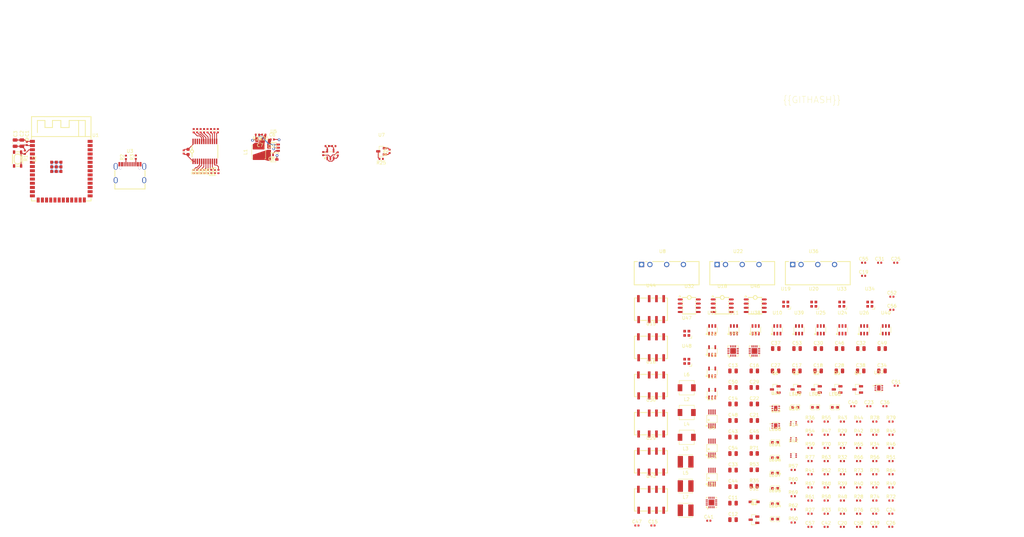
<source format=kicad_pcb>
(kicad_pcb (version 20240108) (generator "pcbnew") (generator_version "8.0")
  (layers (0 "F.Cu" signal) (1 "In1.Cu" signal) (2 "In2.Cu" signal) (31 "B.Cu" signal) (34 "B.Paste" user) (35 "F.Paste" user) (36 "B.SilkS" user "B.Silkscreen") (37 "F.SilkS" user "F.Silkscreen") (38 "B.Mask" user) (39 "F.Mask" user) (44 "Edge.Cuts" user))
  (net 0 "")
  (net 1 "cell1-gnd")
  (net 2 "cell1.adc-vcc-1")
  (net 3 "cell1.adc-vcc")
  (net 4 "cell1.ldo.ctrl_resistor-fb")
  (net 5 "cell1.ldo.regulator-en")
  (net 6 "cell1.ldo.regulator-dnc")
  (net 7 "io0")
  (net 8 "io12")
  (net 9 "io45")
  (net 10 "io21")
  (net 11 "dp")
  (net 12 "gnd")
  (net 13 "io2")
  (net 14 "io4")
  (net 15 "txd0")
  (net 16 "micro.ic-en")
  (net 17 "io40")
  (net 18 "micro.ic-scl")
  (net 19 "io8")
  (net 20 "io15")
  (net 21 "io46")
  (net 22 "io10")
  (net 23 "io39")
  (net 24 "io3")
  (net 25 "vcc-3")
  (net 26 "io42")
  (net 27 "io36")
  (net 28 "io18")
  (net 29 "io16")
  (net 30 "micro.ic-sda")
  (net 31 "io17")
  (net 32 "io41")
  (net 33 "io37")
  (net 34 "io35")
  (net 35 "io47")
  (net 36 "io48")
  (net 37 "rxd0")
  (net 38 "io14")
  (net 39 "io11")
  (net 40 "io9")
  (net 41 "io5")
  (net 42 "dm")
  (net 43 "io13")
  (net 44 "io1")
  (net 45 "io38")
  (net 46 "cc2")
  (net 47 "usbc-vcc")
  (net 48 "sub2")
  (net 49 "sub1")
  (net 50 "cc1")
  (net 51 "mux.ic-sda-6")
  (net 52 "mux.ic-sda-7")
  (net 53 "mux.ic-sda-2")
  (net 54 "mux.ic-scl-2")
  (net 55 "mux.ic-sda-5")
  (net 56 "mux.ic-scl-3")
  (net 57 "reset_")
  (net 58 "mux.ic-sda-1")
  (net 59 "mux.ic-sda-4")
  (net 60 "mux.ic-scl-5")
  (net 61 "mux.ic-scl-4")
  (net 62 "mux.ic-sda-3")
  (net 63 "mux.ic-scl-1")
  (net 64 "mux.ic-scl-7")
  (net 65 "mux.ic-scl")
  (net 66 "mux.ic-scl-6")
  (net 67 "mux.ic-sda")
  (net 68 "cell1-cell")
  (net 69 "cell1.adc-ain3")
  (net 70 "cell1-vcc-2")
  (net 71 "cell1.current_sense.sensor-vcc")
  (net 72 "cb")
  (net 73 "vcc")
  (net 74 "buck.feedback_div-out")
  (net 75 "buck.ic-sw")
  (net 76 "cell1.buck.dac-vout")
  (net 77 "cell1-scl")
  (net 78 "cell1-sda")
  (net 79 "cell1.ldo.dac-vout")
  (net 80 "cell1.buck.regulator-sw")
  (net 81 "cell1.buck.regulator-vbst")
  (net 82 "cell1.buck.regulator-en")
  (net 83 "cell1.buck.ctrl_resistor-vfb")
  (net 84 "cell1-vcc-1")
  (net 85 "ldo3v3.feedback_div-out")
  (net 86 "vcc-2")
  (net 87 "cell1.internal_ldo.feedback_div-out")
  (net 88 "cell1.dmm_relay.fet-gate")
  (net 89 "cell1.dmm_relay.relay-gnd")
  (net 90 "cell1.output_relay.fet-gate")
  (net 91 "cell1.output_relay.relay-gnd")
  (net 92 "hv_signal")
  (net 93 "gnd-2")
  (net 94 "vcc-4")
  (net 95 "cell1-vcc")
  (net 96 "gnd-1")
  (net 97 "cell1.isolated_converter.led.resistor-cathode")
  (net 98 "cell1.buck-enable")
  (net 99 "cell1.ldo-enable")
  (net 100 "cell1.output_relay.indicator_led.resistor-cathode")
  (net 101 "cell1.output_relay-input")
  (net 102 "cell1.dmm_relay.indicator_led.resistor-cathode")
  (net 103 "cell1.dmm_relay-input")
  (net 104 "cell1.gpio-p2")
  (net 105 "cell1.gpio-reset_hash")
  (net 106 "cell1.gpio-p4")
  (net 107 "cell1.gpio-int_hash")
  (net 108 "cell1.gpio-p5")
  (net 109 "cell1.gpio-p3")
  (net 110 "cell1.adc-alert_slash_rdy")
  (net 111 "cell1-led_data")
  (net 112 "cell1.voltage_led.ic-vcc")
  (net 113 "cell2.adc-vcc-1")
  (net 114 "cell2.adc-vcc")
  (net 115 "cell2-gnd-1")
  (net 116 "cell2.ldo.regulator-en")
  (net 117 "cell2.ldo.regulator-dnc")
  (net 118 "cell2.ldo.ctrl_resistor-fb")
  (net 119 "cell3.adc-vcc-1")
  (net 120 "cell3.ldo.regulator-dnc")
  (net 121 "cell3-gnd-1")
  (net 122 "cell3.ldo.ctrl_resistor-fb")
  (net 123 "cell3.adc-vcc")
  (net 124 "cell3.ldo.regulator-en")
  (net 125 "cell2-cell")
  (net 126 "cell2.current_sense.sensor-vcc")
  (net 127 "cell2-vcc-2")
  (net 128 "cell2.adc-ain3")
  (net 129 "cell3.adc-ain3")
  (net 130 "cell3-vcc-2")
  (net 131 "cell3-vcc")
  (net 132 "cell3.current_sense.sensor-vcc")
  (net 133 "cell2-sda")
  (net 134 "cell2-scl")
  (net 135 "cell2.ldo.dac-vout")
  (net 136 "cell2.buck.dac-vout")
  (net 137 "cell3-sda")
  (net 138 "cell3.ldo.dac-vout")
  (net 139 "cell3-scl")
  (net 140 "cell3.buck.regulator-vbst")
  (net 141 "cell3-vcc-1")
  (net 142 "cell3.buck.ctrl_resistor-vfb")
  (net 143 "cell3.buck.regulator-en")
  (net 144 "cell3.buck.regulator-sw")
  (net 145 "cell3.buck.dac-vout")
  (net 146 "cell2.buck.regulator-en")
  (net 147 "cell2.buck.regulator-vbst")
  (net 148 "cell2.buck.ctrl_resistor-vfb")
  (net 149 "cell2-vcc-1")
  (net 150 "cell2.buck.regulator-sw")
  (net 151 "cell2.internal_ldo.feedback_div-out")
  (net 152 "cell3.internal_ldo.feedback_div-out")
  (net 153 "cell3.dmm_relay.relay-gnd")
  (net 154 "cell3.dmm_relay.fet-gate")
  (net 155 "cell3.output_relay.relay-gnd")
  (net 156 "cell3.output_relay.fet-gate")
  (net 157 "cell2.dmm_relay.fet-gate")
  (net 158 "cell2.dmm_relay.relay-gnd")
  (net 159 "cell2.output_relay.relay-gnd")
  (net 160 "cell2.output_relay.fet-gate")
  (net 161 "vcc-1")
  (net 162 "cell3-gnd")
  (net 163 "cell2-vcc")
  (net 164 "cell2-gnd")
  (net 165 "cell2.buck-enable")
  (net 166 "cell3.output_relay.indicator_led.resistor-cathode")
  (net 167 "cell3.dmm_relay-input")
  (net 168 "cell3.dmm_relay.indicator_led.resistor-cathode")
  (net 169 "cell3.output_relay-input")
  (net 170 "cell3.ldo-enable")
  (net 171 "cell3.buck-enable")
  (net 172 "cell2.isolated_converter.led.resistor-cathode")
  (net 173 "cell2.ldo-enable")
  (net 174 "cell2.output_relay.indicator_led.resistor-cathode")
  (net 175 "cell2.output_relay-input")
  (net 176 "cell2.dmm_relay.indicator_led.resistor-cathode")
  (net 177 "cell2.dmm_relay-input")
  (net 178 "cell3.isolated_converter.led.resistor-cathode")
  (net 179 "cell2.gpio-int_hash")
  (net 180 "cell2.gpio-p5")
  (net 181 "cell2.gpio-reset_hash")
  (net 182 "cell2.gpio-p4")
  (net 183 "cell2.gpio-p2")
  (net 184 "cell2.gpio-p3")
  (net 185 "cell3.gpio-p5")
  (net 186 "cell3.gpio-p2")
  (net 187 "cell3.gpio-reset_hash")
  (net 188 "cell3.gpio-int_hash")
  (net 189 "cell3.gpio-p4")
  (net 190 "cell3.gpio-p3")
  (net 191 "cell2.adc-alert_slash_rdy")
  (net 192 "cell3.adc-alert_slash_rdy")
  (net 193 "cell2-led_data")
  (net 194 "cell3.voltage_led.ic-vcc")
  (net 195 "cell3-led_data")
  (net 196 "cell2.voltage_led.ic-vcc")
  (footprint "lib:R0402" (layer "F.Cu") (at 267.552 155.044)
    (property "Reference" "R26")
    (property "Value" "62.5mW Thick Film Resistors 50V ±100ppm/℃ ±1% 21kΩ 0402  Chip Resistor - Surface Mount ROHS")
  )
  (footprint "lib:PWRM-TH_BXXXXS-2WR2" (layer "F.Cu") (at 235.912 79.494)
    (property "Reference" "U22")
    (property "Value" "")
  )
  (footprint "lib:SOIC-8_L4.9-W3.9-P1.27-LS6.0-TL" (layer "F.Cu") (at 221.117 91.974)
    (property "Reference" "U32")
    (property "Value" "")
  )
  (footprint "lib:R0402" (layer "F.Cu") (at 277.372 143.074)
    (property "Reference" "R75")
    (property "Value" "62.5mW Thick Film Resistors 50V ±100ppm/℃ ±1% 21kΩ 0402  Chip Resistor - Surface Mount ROHS")
  )
  (footprint "lib:SOT-23-3_L2.9-W1.3-P1.90-LS2.4-BR" (layer "F.Cu") (at 127.832285 45.171718)
    (property "Reference" "U7")
    (property "Value" "")
  )
  (footprint "lib:R0402" (layer "F.Cu") (at 277.372 131.104)
    (property "Reference" "R38")
    (property "Value" "62.5mW Thick Film Resistors 50V ±100ppm/℃ ±1% 1kΩ 0402  Chip Resistor - Surface Mount ROHS")
  )
  (footprint "lib:R0402" (layer "F.Cu") (at 262.642 135.094)
    (property "Reference" "R70")
    (property "Value" "62.5mW Thick Film Resistors 50V ±100ppm/℃ ±1% 10kΩ 0402  Chip Resistor - Surface Mount ROHS")
  )
  (footprint "lib:C0402" (layer "F.Cu") (at 94.696492 41.579298)
    (property "Reference" "C6")
    (property "Value" "6.3V 10uF X5R ±20% 0402  Multilayer Ceramic Capacitors MLCC - SMD/SMT ROHS")
  )
  (footprint "lib:IND-SMD_L4.0-W4.0" (layer "F.Cu") (at 90.575948 45.382693 90)
    (property "Reference" "L1")
    (property "Value" "")
  )
  (footprint "lib:R0402" (layer "F.Cu") (at 272.462 127.114)
    (property "Reference" "R44")
    (property "Value" "62.5mW Thick Film Resistors 50V ±100ppm/℃ ±1% 21kΩ 0402  Chip Resistor - Surface Mount ROHS")
  )
  (footprint "lib:C0805" (layer "F.Cu") (at 266.642 111.754)
    (property "Reference" "C28")
    (property "Value" "25V 10uF X5R ±10% 0805  Multilayer Ceramic Capacitors MLCC - SMD/SMT ROHS")
  )
  (footprint "lib:SOIC-8_L4.9-W3.9-P1.27-LS6.0-TL" (layer "F.Cu") (at 231.117 91.974)
    (property "Reference" "U18")
    (property "Value" "")
  )
  (footprint "lib:R0402" (layer "F.Cu") (at 257.732 151.054)
    (property "Reference" "R61")
    (property "Value" "62.5mW Thick Film Resistors 50V ±100ppm/℃ ±1% 6.2kΩ 0402  Chip Resistor - Surface Mount ROHS")
  )
  (footprint "lib:R0402" (layer "F.Cu") (at 277.372 135.094)
    (property "Reference" "R34")
    (property "Value" "62.5mW Thick Film Resistors 50V ±100ppm/℃ ±1% 10kΩ 0402  Chip Resistor - Surface Mount ROHS")
  )
  (footprint "lib:C0805" (layer "F.Cu") (at 16.742882 42.700268 90)
    (property "Reference" "C3")
    (property "Value" "25V 10uF X5R ±10% 0805  Multilayer Ceramic Capacitors MLCC - SMD/SMT ROHS")
  )
  (footprint "lib:LED-SMD_4P-L2.0-W2.0-BR" (layer "F.Cu") (at 250.367 91.519)
    (property "Reference" "U19")
    (property "Value" "")
  )
  (footprint "lib:RELAY-SMD_HFD4-5-SR" (layer "F.Cu") (at 209.537 116.144)
    (property "Reference" "U16")
    (property "Value" "")
  )
  (footprint "lib:C0805" (layer "F.Cu") (at 240.842 126.784)
    (property "Reference" "C21")
    (property "Value" "25V 10uF X5R ±10% 0805  Multilayer Ceramic Capacitors MLCC - SMD/SMT ROHS")
  )
  (footprint "lib:SOT-23-6_L2.9-W1.6-P0.95-LS2.8-BL" (layer "F.Cu") (at 274.147 99.284)
    (property "Reference" "U26")
    (property "Value" "")
  )
  (footprint "lib:C0805" (layer "F.Cu") (at 234.392 156.844)
    (property "Reference" "C12")
    (property "Value" "25V 10uF X5R ±10% 0805  Multilayer Ceramic Capacitors MLCC - SMD/SMT ROHS")
  )
  (footprint "lib:R0402" (layer "F.Cu") (at 252.632 149.734)
    (property "Reference" "R69")
    (property "Value" "62.5mW Thick Film Resistors 50V ±100ppm/℃ ±1% 10kΩ 0402  Chip Resistor - Surface Mount ROHS")
  )
  (footprint "lib:R0805" (layer "F.Cu") (at 240.822 141.724)
    (property "Reference" "R53")
    (property "Value" "125mW Thick Film Resistors 150V ±1% 100mΩ 0805  Chip Resistor - Surface Mount ROHS")
  )
  (footprint "lib:QFN-16_L3.0-W3.0-P0.50-BL-EP1.7" (layer "F.Cu") (at 227.857 151.639)
    (property "Reference" "U31")
    (property "Value" "")
  )
  (footprint "lib:SOD-323_L1.8-W1.3-LS2.5-RD" (layer "F.Cu") (at 240.787 151.454)
    (property "Reference" "DS2")
    (property "Value" "")
  )
  (footprint "lib:C0805" (layer "F.Cu") (at 234.392 136.804)
    (property "Reference" "C54")
    (property "Value" "25V 10uF X5R ±10% 0805  Multilayer Ceramic Capacitors MLCC - SMD/SMT ROHS")
  )
  (footprint "lib:RELAY-SMD_HFD4-5-SR" (layer "F.Cu") (at 209.537 139.264)
    (property "Reference" "U29")
    (property "Value" "")
  )
  (footprint "lib:R0402" (layer "F.Cu") (at 76.118504 38.927718 -90)
    (property "Reference" "R15" (hide yes))
    (property "Value" "62.5mW Thick Film Resistors 50V ±100ppm/℃ ±1% 10kΩ 0402  Chip Resistor - Surface Mount ROHS")
  )
  (footprint "lib:SOT-23-6_L2.9-W1.6-P0.95-LS2.8-BL" (layer "F.Cu") (at 260.987 99.284)
    (property "Reference" "U25")
    (property "Value" "")
  )
  (footprint "lib:R0402" (layer "F.Cu") (at 73.013532 51.308 90)
    (property "Reference" "R7")
    (property "Value" "62.5mW Thick Film Resistors 50V ±100ppm/℃ ±1% 10kΩ 0402  Chip Resistor - Surface Mount ROHS")
  )
  (footprint "lib:LED0603-RD" (layer "F.Cu") (at 247.132 147.364)
    (property "Reference" "LED7")
    (property "Value" "")
  )
  (footprint "lib:C0402" (layer "F.Cu") (at 67.862139 45.370344 -90)
    (property "Reference" "C4" (hide yes))
    (property "Value" "16V 100nF X7R ±10% 0402  Multilayer Ceramic Capacitors MLCC - SMD/SMT ROHS")
  )
  (footprint "lib:R0402" (layer "F.Cu") (at 267.552 139.084)
    (property "Reference" "R32")
    (property "Value" "62.5mW Thick Film Resistors 50V ±100ppm/℃ ±1% 60.4kΩ 0402  Chip Resistor - Surface Mount ROHS")
  )
  (footprint "lib:R0402" (layer "F.Cu") (at 74.02909 38.927718 -90)
    (property "Reference" "R17" (hide yes))
    (property "Value" "62.5mW Thick Film Resistors 50V ±100ppm/℃ ±1% 10kΩ 0402  Chip Resistor - Surface Mount ROHS")
  )
  (footprint "lib:LED-SMD_4P-L2.0-W2.0-BR" (layer "F.Cu") (at 220.367 108.849)
    (property "Reference" "U48")
    (property "Value" "")
  )
  (footprint "lib:R0402" (layer "F.Cu") (at 74.087298 51.308 90)
    (property "Reference" "R6")
    (property "Value" "62.5mW Thick Film Resistors 50V ±100ppm/℃ ±1% 10kΩ 0402  Chip Resistor - Surface Mount ROHS")
  )
  (footprint "lib:C0402" (layer "F.Cu") (at 227.052 157.164)
    (property "Reference" "C41")
    (property "Value" "25V 1uF X5R ±10% 0402  Multilayer Ceramic Capacitors MLCC - SMD/SMT ROHS")
  )
  (footprint "lib:C0805" (layer "F.Cu") (at 234.392 141.814)
    (property "Reference" "C33")
    (property "Value" "25V 10uF X5R ±10% 0805  Multilayer Ceramic Capacitors MLCC - SMD/SMT ROHS")
  )
  (footprint "lib:C0805" (layer "F.Cu") (at 234.392 131.794)
    (property "Reference" "C43")
    (property "Value" "50V 2.2uF X5R ±10% 0805  Multilayer Ceramic Capacitors MLCC - SMD/SMT ROHS")
  )
  (footprint "lib:C0805" (layer "F.Cu") (at 253.802 104.974)
    (property "Reference" "C53")
    (property "Value" "25V 10uF X5R ±10% 0805  Multilayer Ceramic Capacitors MLCC - SMD/SMT ROHS")
  )
  (footprint "lib:R0402" (layer "F.Cu") (at 282.282 127.114)
    (property "Reference" "R79")
    (property "Value" "62.5mW Thick Film Resistors 50V ±100ppm/℃ ±1% 6.2kΩ 0402  Chip Resistor - Surface Mount ROHS")
  )
  (footprint "lib:R0402" (layer "F.Cu") (at 77.308596 51.308 90)
    (property "Reference" "R11")
    (property "Value" "62.5mW Thick Film Resistors 50V ±100ppm/℃ ±1% 10kΩ 0402  Chip Resistor - Surface Mount ROHS")
  )
  (footprint "lib:SOT-23-6_L2.9-W1.6-P0.95-LS2.8-BL" (layer "F.Cu") (at 241.247 99.284)
    (property "Reference" "U38")
    (property "Value" "")
  )
  (footprint "lib:R0402" (layer "F.Cu") (at 272.462 131.104)
    (property "Reference" "R42")
    (property "Value" "62.5mW Thin Film Resistor 50V ±25ppm/℃ ±1% 11.5kΩ 0402  Chip Resistor - Surface Mount ROHS")
  )
  (footprint "lib:SOD-323_L1.8-W1.3-LS2.5-RD" (layer "F.Cu") (at 94.923756 47.649764)
    (property "Reference" "DS1")
    (property "Value" "")
  )
  (footprint "lib:R0402" (layer "F.Cu") (at 71.939766 51.308 90)
    (property "Reference" "R4")
    (property "Value" "62.5mW Thick Film Resistors 50V ±100ppm/℃ ±1% 10kΩ 0402  Chip Resistor - Surface Mount ROHS")
  )
  (footprint "lib:R0402" (layer "F.Cu") (at 252.632 141.754)
    (property "Reference" "R57")
    (property "Value" "62.5mW Thick Film Resistors 50V ±100ppm/℃ ±1% 21kΩ 0402  Chip Resistor - Surface Mount ROHS")
  )
  (footprint "lib:SOT-23-5_L3.0-W1.7-P0.95-LS2.8-BL" (layer "F.Cu") (at 228.067 105.709)
    (property "Reference" "U49")
    (property "Value" "")
  )
  (footprint "lib:R0402" (layer "F.Cu") (at 257.732 155.044)
    (property "Reference" "R27")
    (property "Value" "62.5mW Thick Film Resistors 50V ±100ppm/℃ ±1% 24kΩ 0402  Chip Resistor - Surface Mount ROHS")
  )
  (footprint "lib:C0402" (layer "F.Cu") (at 282.552 89.254)
    (property "Reference" "C52")
    (property "Value" "25V 1uF X5R ±10% 0402  Multilayer Ceramic Capacitors MLCC - SMD/SMT ROHS")
  )
  (footprint "lib:R0402" (layer "F.Cu") (at 252.632 153.724)
    (property "Reference" "R62")
    (property "Value" "62.5mW Thick Film Resistors 50V ±100ppm/℃ ±1% 21kΩ 0402  Chip Resistor - Surface Mount ROHS")
  )
  (footprint "lib:R0402" (layer "F.Cu") (at 267.552 151.054)
    (property "Reference" "R48")
    (property "Value" "62.5mW Thick Film Resistors 50V ±100ppm/℃ ±1% 10kΩ 0402  Chip Resistor - Surface Mount ROHS")
  )
  (footprint "lib:C0805" (layer "F.Cu") (at 279.542 111.754)
    (property "Reference" "C34")
    (property "Value" "25V 10uF X5R ±10% 0805  Multilayer Ceramic Capacitors MLCC - SMD/SMT ROHS")
  )
  (footprint "lib:R0402" (layer "F.Cu") (at 262.642 151.054)
    (property "Reference" "R58")
    (property "Value" "62.5mW Thick Film Resistors 50V ±100ppm/℃ ±1% 10kΩ 0402  Chip Resistor - Surface Mount ROHS")
  )
  (footprint "lib:WSON-6_L2.0-W2.0-P0.65-TL-EP" (layer "F.Cu") (at 247.342 123.124)
    (property "Reference" "U41")
    (property "Value" "")
  )
  (footprint "lib:LED-SMD_4P-L2.0-W2.0-BR" (layer "F.Cu") (at 275.867 91.519)
    (property "Reference" "U34")
    (property "Value" "")
  )
  (footprint "lib:IND-SMD_L4.0-W4.0" (layer "F.Cu") (at 220.017 146.654)
    (property "Reference" "L5")
    (property "Value" "100uH")
  )
  (footprint "lib:SOIC-8_L4.9-W3.9-P1.27-LS6.0-TL" (layer "F.Cu") (at 241.117 91.974)
    (property "Reference" "U46")
    (property "Value" "")
  )
  (footprint "lib:IND-SMD_L4.0-W4.0" (layer "F.Cu") (at 220.017 139.304)
    (property "Reference" "L3")
    (property "Value" "100uH")
  )
  (footprint "lib:C0805" (layer "F.Cu") (at 240.842 116.764)
    (property "Reference" "C29")
    (property "Value" "25V 10uF X5R ±10% 0805  Multilayer Ceramic Capacitors MLCC - SMD/SMT ROHS")
  )
  (footprint "lib:C0805" (layer "F.Cu") (at 266.702 104.974)
    (property "Reference" "C46")
    (property "Value" "25V 10uF X5R ±10% 0805  Multilayer Ceramic Capacitors MLCC - SMD/SMT ROHS")
  )
  (footprint "lib:SOT-23-5_L3.0-W1.7-P0.95-LS2.8-BL" (layer "F.Cu") (at 112.337823 46.135698)
    (property "Reference" "U6" (hide yes))
    (property "Value" "")
  )
  (footprint "lib:SOT-23-6_L2.9-W1.6-P0.95-LS2.8-BR" (layer "F.Cu") (at 95.11454 44.077861)
    (property "Reference" "U5")
    (property "Value" "")
  )
  (footprint "lib:TSSOP-24_L7.8-W4.4-P0.65-LS6.4-BL" (layer "F.Cu") (at 74.266057 45.190642)
    (property "Reference" "U4" (hide yes))
    (property "Value" "")
  )
  (footprint "lib:SOT-23-6_L2.9-W1.6-P0.95-LS2.8-BL" (layer "F.Cu") (at 254.407 99.284)
    (property "Reference" "U39")
    (property "Value" "")
  )
  (footprint "lib:R0402" (layer "F.Cu") (at 267.552 131.104)
    (property "Reference" "R29")
    (property "Value" "62.5mW Thick Film Resistors 50V ±100ppm/℃ ±1% 10kΩ 0402  Chip Resistor - Surface Mount ROHS")
  )
  (footprint "lib:C0805" (layer "F.Cu") (at 240.842 131.794)
    (property "Reference" "C45")
    (property "Value" "25V 10uF X5R ±10% 0805  Multilayer Ceramic Capacitors MLCC - SMD/SMT ROHS")
  )
  (footprint "lib:C0805" (layer "F.Cu") (at 234.392 151.834)
    (property "Reference" "C11")
    (property "Value" "50V 2.2uF X5R ±10% 0805  Multilayer Ceramic Capacitors MLCC - SMD/SMT ROHS")
  )
  (footprint "lib:C0805" (layer "F.Cu") (at 234.392 146.824)
    (property "Reference" "C44")
    (property "Value" "25V 10uF X5R ±10% 0805  Multilayer Ceramic Capacitors MLCC - SMD/SMT ROHS")
  )
  (footprint "lib:SOT-23-6_L2.9-W1.6-P0.95-LS2.8-BL" (layer "F.Cu") (at 267.567 99.284)
    (property "Reference" "U24")
    (property "Value" "")
  )
  (footprint "lib:C0805" (layer "F.Cu") (at 279.602 104.974)
    (property "Reference" "C49")
    (property "Value" "25V 10uF X5R ±10% 0805  Multilayer Ceramic Capacitors MLCC - SMD/SMT ROHS")
  )
  (footprint "lib:RELAY-SMD_HFD4-5-SR" (layer "F.Cu") (at 209.537 150.824)
    (property "Reference" "U43")
    (property "Value" "")
  )
  (footprint "lib:R0402" (layer "F.Cu") (at 257.732 139.084)
    (property "Reference" "R77")
    (property "Value" "62.5mW Thick Film Resistors 50V ±100ppm/℃ ±1% 1kΩ 0402  Chip Resistor - Surface Mount ROHS")
  )
  (footprint "lib:LED0603-RD" (layer "F.Cu") (at 247.132 156.664)
    (property "Reference" "LED4")
    (property "Value" "")
  )
  (footprint "lib:IND-SMD_L4.4-W4.2" (layer "F.Cu") (at 220.347 124.364)
    (property "Reference" "L2")
    (property "Value" "")
  )
  (footprint "lib:KEY-SMD_4P-L4.2-W3.2-P2.20-LS4.6" (layer "F.Cu") (at 17.497843 47.51319 -90)
    (property "Reference" "U2")
    (property "Value" "")
  )
  (footprint "lib:C0402" (layer "F.Cu") (at 273.982 82.924)
    (property "Reference" "C19")
    (property "Value" "16V 100nF X7R ±10% 0402  Multilayer Ceramic Capacitors MLCC - SMD/SMT ROHS")
  )
  (footprint "lib:SOT-23-3_L2.9-W1.3-P1.90-LS2.4-BR" (layer "F.Cu") (at 265.942 117.364)
    (property "Reference" "Q5")
    (property "Value" "")
  )
  (footprint "lib:C0402" (layer "F.Cu") (at 270.702 122.454)
    (property "Reference" "C40")
    (property "Value" "16V 100nF X7R ±10% 0402  Multilayer Ceramic Capacitors MLCC - SMD/SMT ROHS")
  )
  (footprint "lib:R0402" (layer "F.Cu") (at 272.462 151.054)
    (property "Reference" "R28")
    (property "Value" "62.5mW Thick Film Resistors 50V ±100ppm/℃ ±1% 37.4kΩ 0402  Chip Resistor - Surface Mount ROHS")
  )
  (footprint "lib:R0402" (layer "F.Cu") (at 113.361717 43.597148)
    (property "Reference" "R23" (hide yes))
    (property "Value" "62.5mW Thick Film Resistors 50V ±100ppm/℃ ±1% 10.2kΩ 0402  Chip Resistor - Surface Mount ROHS")
  )
  (footprint "lib:QFN-16_L3.0-W3.0-P0.50-BL-EP1.7" (layer "F.Cu") (at 234.407 105.709)
    (property "Reference" "U45")
    (property "Value" "")
  )
  (footprint "lib:IND-SMD_L4.0-W4.0" (layer "F.Cu") (at 220.017 154.004)
    (property "Reference" "L7")
    (property "Value" "100uH")
  )
  (footprint "lib:C0402" (layer "F.Cu") (at 282.222 155.034)
    (property "Reference" "C24")
    (property "Value" "16V 100nF X7R ±10% 0402  Multilayer Ceramic Capacitors MLCC - SMD/SMT ROHS")
  )
  (footprint "lib:RELAY-SMD_HFD4-5-SR" (layer "F.Cu") (at 209.537 127.704)
    (property "Reference" "U30")
    (property "Value" "")
  )
  (footprint "lib:RELAY-SMD_HFD4-5-SR" (layer "F.Cu") (at 209.537 104.584)
    (property "Reference" "U15")
    (property "Value" "")
  )
  (footprint "lib:SOT-23-3_L2.9-W1.3-P1.90-LS2.4-BR" (layer "F.Cu") (at 259.692 117.364)
    (property "Reference" "Q2")
    (property "Value" "")
  )
  (footprint "lib:SOT-563_L1.6-W1.2-P0.50-LS1.6-TL" (layer "F.Cu") (at 252.727 137.419)
    (property "Reference" "U42")
    (property "Value" "")
  )
  (footprint "lib:LED0603-RD" (layer "F.Cu") (at 247.132 133.414)
    (property "Reference" "LED8")
    (property "Value" "")
  )
  (footprint "lib:R0402" (layer "F.Cu") (at 111.354939 43.584526)
    (property "Reference" "R22" (hide yes))
    (property "Value" "62.5mW Thick Film Resistors 50V ±100ppm/℃ ±1% 17.4kΩ 0402  Chip Resistor - Surface Mount ROHS")
  )
  (footprint "lib:R0805" (layer "F.Cu") (at 240.822 136.774)
    (property "Reference" "R71")
    (property "Value" "125mW Thick Film Resistors 150V ±1% 100mΩ 0805  Chip Resistor - Surface Mount ROHS")
  )
  (footprint "lib:C0805" (layer "F.Cu") (at 234.392 121.774)
    (property "Reference" "C14")
    (property "Value" "25V 10uF X5R ±10% 0805  Multilayer Ceramic Capacitors MLCC - SMD/SMT ROHS")
  )
  (footprint "lib:C0402" (layer "F.Cu") (at 262.622 159.024)
    (property "Reference" "C42")
    (property "Value" "25V 1uF X5R ±10% 0402  Multilayer Ceramic Capacitors MLCC - SMD/SMT ROHS")
  )
  (footprint "lib:R0402" (layer "F.Cu") (at 282.282 135.094)
    (property "Reference" "R46")
    (property "Value" "62.5mW Thick Film Resistors 50V ±100ppm/℃ ±1% 37.4kΩ 0402  Chip Resistor - Surface Mount ROHS")
  )
  (footprint "lib:R0402" (layer "F.Cu") (at 77.163211 38.927718 -90)
    (property "Reference" "R12" (hide yes))
    (property "Value" "62.5mW Thick Film Resistors 50V ±100ppm/℃ ±1% 10kΩ 0402  Chip Resistor - Surface Mount ROHS")
  )
  (footprint "lib:C0603" (layer "F.Cu") (at 69.185037 45.349933 -90)
    (property "Reference" "C5" (hide yes))
    (property "Value" "16V 2.2uF X5R ±10% 0603  Multilayer Ceramic Capacitors MLCC - SMD/SMT ROHS")
  )
  (footprint "lib:SOT-23-3_L2.9-W1.3-P1.90-LS2.4-BR" (layer "F.Cu") (at 272.192 117.364)
    (property "Reference" "Q4")
    (property "Value" "")
  )
  (footprint "lib:R0402" (layer "F.Cu") (at 78.20792 38.927718 -90)
    (property "Reference" "R13" (hide yes))
    (property "Value" "62.5mW Thick Film Resistors 50V ±100ppm/℃ ±1% 10kΩ 0402  Chip Resistor - Surface Mount ROHS")
  )
  (footprint "lib:R0402" (layer "F.Cu") (at 92.146685 40.134267 180)
    (property "Reference" "R20")
    (property "Value" "62.5mW Thin Film Resistor 50V ±25ppm/℃ ±0.1% 22.6kΩ 0402  Chip Resistor - Surface Mount ROHS")
  )
  (footprint "lib:LED0603-RD" (layer "F.Cu") (at 247.132 152.014)
    (property "Reference" "LED5")
    (property "Value" "")
  )
  (footprint "lib:R0402" (layer "F.Cu") (at 267.552 143.074)
    (property "Reference" "R31")
    (property "Value" "62.5mW Thick Film Resistors 50V ±100ppm/℃ ±1% 43kΩ 0402  Chip Resistor - Surface Mount ROHS")
  )
  (footprint "lib:R0402" (layer "F.Cu") (at 262.642 155.044)
    (property "Reference" "R33")
    (property "Value" "62.5mW Thick Film Resistors 50V ±100ppm/℃ ±1% 10kΩ 0402  Chip Resistor - Surface Mount ROHS")
  )
  (footprint "lib:R0402" (layer "F.Cu") (at 50.334949 46.988003 90)
    (property "Reference" "R2")
    (property "Value" "62.5mW Thick Film Resistors 50V ±100ppm/℃ ±1% 4.7kΩ 0402  Chip Resistor - Surface Mount ROHS")
  )
  (footprint "lib:C0402" (layer "F.Cu") (at 282.552 93.224)
    (property "Reference" "C56")
    (property "Value" "16V 100nF X7R ±10% 0402  Multilayer Ceramic Capacitors MLCC - SMD/SMT ROHS")
  )
  (footprint "lib:R0402" (layer "F.Cu") (at 127.726091 47.466541 180)
    (property "Reference" "R25")
    (property "Value" "62.5mW Thick Film Resistors 50V ±100ppm/℃ ±1% 10kΩ 0402  Chip Resistor - Surface Mount ROHS")
  )
  (footprint "lib:C0402" (layer "F.Cu") (at 273.982 78.954)
    (property "Reference" "C55")
    (property "Value" "16V 100nF X7R ±10% 0402  Multilayer Ceramic Capacitors MLCC - SMD/SMT ROHS")
  )
  (footprint "lib:R0402" (layer "F.Cu") (at 282.282 143.074)
    (property "Reference" "R64")
    (property "Value" "62.5mW Thick Film Resistors 50V ±100ppm/℃ ±1% 37.4kΩ 0402  Chip Resistor - Surface Mount ROHS")
  )
  (footprint "lib:R0402" (layer "F.Cu") (at 282.282 139.084)
    (property "Reference" "R51")
    (property "Value" "62.5mW Thick Film Resistors 50V ±100ppm/℃ ±1% 10kΩ 0402  Chip Resistor - Surface Mount ROHS")
  )
  (footprint "lib:R0402" (layer "F.Cu") (at 71.939676 38.927718 -90)
    (property "Reference" "R19" (hide yes))
    (property "Value" "62.5mW Thick Film Resistors 50V ±100ppm/℃ ±1% 10kΩ 0402  Chip Resistor - Surface Mount ROHS")
  )
  (footprint "lib:R0402" (layer "F.Cu") (at 272.462 139.084)
    (property "Reference" "R66")
    (property "Value" "62.5mW Thick Film Resistors 50V ±100ppm/℃ ±1% 10kΩ 0402  Chip Resistor - Surface Mount ROHS")
  )
  (footprint "lib:SOT-23-5_L3.0-W1.7-P0.95-LS2.8-BL" (layer "F.Cu") (at 228.067 112.179)
    (property "Reference" "U35")
    (property "Value" "")
  )
  (footprint "lib:R0402" (layer "F.Cu") (at 262.642 139.084)
    (property "Reference" "R63")
    (property "Value" "62.5mW Thick Film Resistors 50V ±100ppm/℃ ±1% 24kΩ 0402  Chip Resistor - Surface Mount ROHS")
  )
  (footprint "lib:QFN-16_L3.0-W3.0-P0.50-BL-EP1.7" (layer "F.Cu") (at 240.887 105.709)
    (property "Reference" "U17")
    (property "Value" "")
  )
  (footprint "lib:C0402" (layer "F.Cu") (at 280.442 122.454)
    (property "Reference" "C36")
    (property "Value" "25V 1uF X5R ±10% 0402  Multilayer Ceramic Capacitors MLCC - SMD/SMT ROHS")
  )
  (footprint "lib:R0402" (layer "F.Cu") (at 262.642 127.114)
    (property "Reference" "R55")
    (property "Value" "62.5mW Thick Film Resistors 50V ±100ppm/℃ ±1% 10kΩ 0402  Chip Resistor - Surface Mount ROHS")
  )
  (footprint "lib:PWRM-TH_BXXXXS-2WR2" (layer "F.Cu") (at 258.822 79.494)
    (property "Reference" "U36")
    (property "Value" "")
  )
  (footprint "lib:C0402" (layer "F.Cu") (at 275.572 122.454)
    (property "Reference" "C23")
    (property "Value" "16V 100nF X7R ±10% 0402  Multilayer Ceramic Capacitors MLCC - SMD/SMT ROHS")
  )
  (footprint "lib:SOT-23-3_L2.9-W1.3-P1.90-LS2.4-BR" (layer "F.Cu") (at 240.742 156.864)
    (property "Reference" "Q1")
    (property "Value" "")
  )
  (footprint "lib:MSOP-10_L3.0-W3.0-P0.50-LS5.0-BL" (layer "F.Cu") (at 228.007 135.139)
    (property "Reference" "U9")
    (property "Value" "")
  )
  (footprint "lib:C0805" (layer "F.Cu") (at 253.742 111.754)
    (property "Reference" "C17")
    (property "Value" "25V 10uF X5R ±10% 0805  Multilayer Ceramic Capacitors MLCC - SMD/SMT ROHS")
  )
  (footprint "lib:C0402" (layer "F.Cu") (at 278.852 78.954)
    (property "Reference" "C31")
    (property "Value" "16V 100nF X7R ±10% 0402  Multilayer Ceramic Capacitors MLCC - SMD/SMT ROHS")
  )
  (footprint "lib:IND-SMD_L4.4-W4.2" (layer "F.Cu") (at 220.347 131.874)
    (property "Reference" "L4")
    (property "Value" "")
  )
  (footprint "lib:C0805" (layer "F.Cu") (at 234.392 116.764)
    (property "Reference" "C50")
    (property "Value" "25V 10uF X5R ±10% 0805  Multilayer Ceramic Capacitors MLCC - SMD/SMT ROHS")
  )
  (footprint "lib:C0402" (layer "F.Cu") (at 272.442 159.024)
    (property "Reference" "C58")
    (property "Value" "25V 1uF X5R ±10% 0402  Multilayer Ceramic Capacitors MLCC - SMD/SMT ROHS")
  )
  (footprint "lib:RELAY-SMD_HFD4-5-SR" (layer "F.Cu") (at 209.537 93.024)
    (property "Reference" "U44")
    (property "Value" "")
  )
  (footprint "lib:LED0603-RD" (layer "F.Cu") (at 247.132 142.714)
    (property "Reference" "LED6")
    (property "Value" "")
  )
  (footprint "lib:WIRELM-SMD_ESP32-S3-WROOM-1" (layer "F.Cu") (at 30.734 51.054)
    (property "Reference" "U1")
    (property "Value" "")
  )
  (footprint "lib:R0402" (layer "F.Cu") (at 267.552 147.064)
    (property "Reference" "R39")
    (property "Value" "62.5mW Thick Film Resistors 50V ±100ppm/℃ ±1% 21kΩ 0402  Chip Resistor - Surface Mount ROHS")
  )
  (footprint "lib:C0805" (layer "F.Cu") (at 240.842 111.754)
    (property "Reference" "C16")
    (property "Value" "25V 10uF X5R ±10% 0805  Multilayer Ceramic Capacitors MLCC - SMD/SMT ROHS")
  )
  (footprint "lib:SOT-23-3_L2.9-W1.3-P1.90-LS2.4-BR" (layer "F.Cu") (at 247.192 117.364)
    (property "Reference" "Q6")
    (property "Value" "")
  )
  (footprint "lib:SOT-563_L1.6-W1.2-P0.50-LS1.6-TL" (layer "F.Cu") (at 252.727 132.539)
    (property "Reference" "U14")
    (property "Value" "")
  )
  (footprint "lib:SOT-23-6_L2.9-W1.6-P0.95-LS2.8-BL" (layer "F.Cu") (at 280.727 99.284)
    (property "Reference" "U40")
    (property "Value" "")
  )
  (footprint "lib:C0402" (layer "F.Cu") (at 283.862 116.244)
    (property "Reference" "C51")
    (property "Value" "16V 100nF X7R ±10% 0402  Multilayer Ceramic Capacitors MLCC - SMD/SMT ROHS")
  )
  (footprint "lib:R0402" (layer "F.Cu") (at 130.276281 45.188281 90)
    (property "Reference" "R24")
    (property "Value" "62.5mW Thick Film Resistors 50V ±100ppm/℃ ±1% 10kΩ 0402  Chip Resistor - Surface Mount ROHS")
  )
  (footprint "lib:C0805" (layer "F.Cu") (at 90.998 41.656 180)
    (property "Reference" "C7")
    (property "Value" "25V 10uF X5R ±10% 0805  Multilayer Ceramic Capacitors MLCC - SMD/SMT ROHS")
  )
  (footprint "lib:R0805" (layer "F.Cu") (at 240.822 146.674)
    (property "Reference" "R35")
    (property "Value" "125mW Thick Film Resistors 150V ±1% 100mΩ 0805  Chip Resistor - Surface Mount ROHS")
  )
  (footprint "lib:LED-SMD_4P-L2.0-W2.0-BR" (layer "F.Cu") (at 220.367 100.349)
    (property "Reference" "U47")
    (property "Value" "")
  )
  (footprint "lib:R0402" (layer "F.Cu") (at 72.984383 38.927718 -90)
    (property "Reference" "R16" (hide yes))
    (property "Value" "62.5mW Thick Film Resistors 50V ±100ppm/℃ ±1% 10kΩ 0402  Chip Resistor - Surface Mount ROHS")
  )
  (footprint "lib:SOT-23-5_L3.0-W1.7-P0.95-LS2.8-BL" (layer "F.Cu") (at 228.067 118.649)
    (property "Reference" "U21")
    (property "Value" "")
  )
  (footprint "lib:LED0603-RD" (layer "F.Cu") (at 247.132 138.064)
    (property "Reference" "LED1")
    (property "Value" "")
  )
  (footprint "lib:USB-C-SMD_KH-TYPE-C-16P" (layer "F.Cu") (at 51.562 51.5105)
    (property "Reference" "U3")
    (property "Value" "")
  )
  (footprint "lib:LED-SMD_4P-L2.0-W2.0-BR" (layer "F.Cu") (at 258.867 91.519)
    (property "Reference" "U20")
    (property "Value" "")
  )
  (footprint "lib:WSON-6_L2.0-W2.0-P0.65-TL-EP" (layer "F.Cu") (at 247.342 128.434)
    (property "Reference" "U13")
    (property "Value" "")
  )
  (footprint "lib:R0402" (layer "F.Cu") (at 272.462 155.044)
    (property "Reference" "R76")
    (property "Value" "62.5mW Thick Film Resistors 50V ±100ppm/℃ ±1% 10kΩ 0402  Chip Resistor - Surface Mount ROHS")
  )
  (footprint "lib:C0402" (layer "F.Cu") (at 282.222 159.004)
    (property "Reference" "C26")
    (property "Value" "25V 1uF X5R ±10% 0402  Multilayer Ceramic Capacitors MLCC - SMD/SMT ROHS")
  )
  (footprint "lib:R0402" (layer "F.Cu") (at 277.372 147.064)
    (property "Reference" "R30")
    (property "Value" "62.5mW Thick Film Resistors 50V ±100ppm/℃ ±1% 10kΩ 0402  Chip Resistor - Surface Mount ROHS")
  )
  (footprint "lib:C0402" (layer "F.Cu") (at 283.722 78.954)
    (property "Reference" "C25")
    (property "Value" "25V 1uF X5R ±10% 0402  Multilayer Ceramic Capacitors MLCC - SMD/SMT ROHS")
  )
  (footprint "lib:LED0603-RD" (layer "F.Cu") (at 265.302 122.794)
    (property "Reference" "LED3")
    (property "Value" "")
  )
  (footprint "lib:LED-SMD_4P-L2.0-W2.0-BR" (layer "F.Cu") (at 267.367 91.519)
    (property "Reference" "U33")
    (property "Value" "")
  )
  (footprint "lib:PWRM-TH_BXXXXS-2WR2" (layer "F.Cu") (at 213.002 79.494)
    (property "Reference" "U8")
    (property "Value" "")
  )
  (footprint "lib:SOT-23-6_L2.9-W1.6-P0.95-LS2.8-BL" (layer "F.Cu") (at 247.827 99.284)
    (property "Reference" "U10")
    (property "Value" "")
  )
  (footprint "lib:R0402" (layer "F.Cu") (at 78.382364 51.308 90)
    (property "Reference" "R10")
    (property "Value" "62.5mW Thick Film Resistors 50V ±100ppm/℃ ±1% 10kΩ 0402  Chip Resistor - Surface Mount ROHS")
  )
  (footprint "lib:C0805" (layer "F.Cu") (at 240.842 121.774)
    (property "Reference" "C22")
    (property "Value" "25V 10uF X5R ±10% 0805  Multilayer Ceramic Capacitors MLCC - SMD/SMT ROHS")
  )
  (footprint "lib:C0805" (layer "F.Cu") (at 273.092 111.754)
    (property "Reference" "C38")
    (property "Value" "25V 10uF X5R ±10% 0805  Multilayer Ceramic Capacitors MLCC - SMD/SMT ROHS")
  )
  (footprint "lib:R0402" (layer "F.Cu") (at 277.372 139.084)
    (property "Reference" "R56")
    (property "Value" "62.5mW Thick Film Resistors 50V ±100ppm/℃ ±1% 1kΩ 0402  Chip Resistor - Surface Mount ROHS")
  )
  (footprint "lib:R0402" (layer "F.Cu") (at 75.073797 38.927718 -90)
    (property "Reference" "R14" (hide yes))
    (property "Value" "62.5mW Thick Film Resistors 50V ±100ppm/℃ ±1% 10kΩ 0402  Chip Resistor - Surface Mount ROHS")
  )
  (footprint "lib:R0402" (layer "F.Cu") (at 262.642 143.074)
    (property "Reference" "R52")
    (property "Value" "62.5mW Thick Film Resistors 50V ±100ppm/℃ ±1% 10kΩ 0402  Chip Resistor - Surface Mount ROHS")
  )
  (footprint "lib:C0402" (layer "F.Cu") (at 257.712 159.024)
    (property "Reference" "C57")
    (property "Value" "25V 1uF X5R ±10% 0402  Multilayer Ceramic Capacitors MLCC - SMD/SMT ROHS")
  )
  (footprint "lib:R0402" (layer "F.Cu") (at 282.282 131.104)
    (property "Reference" "R45")
    (property "Value" "62.5mW Thick Film Resistors 50V ±100ppm/℃ ±1% 24kΩ 0402  Chip Resistor - Surface Mount ROHS")
  )
  (footprint "lib:R0402" (layer "F.Cu") (at 272.462 143.074)
    (property "Reference" "R73")
    (property "Value" "62.5mW Thick Film Resistors 50V ±100ppm/℃ ±1% 10kΩ 0402  Chip Resistor - Surface Mount ROHS")
  )
  (footprint "lib:C0805" (layer "F.Cu") (at 234.392 126.784)
    (property "Reference" "C48")
    (property "Value" "25V 10uF X5R ±10% 0805  Multilayer Ceramic Capacitors MLCC - SMD/SMT ROHS")
  )
  (footprint "lib:SOT-23-6_L2.9-W1.6-P0.95-LS2.8-BL" (layer "F.Cu") (at 228.087 99.284)
    (property "Reference" "U12")
    (property "Value" "")
  )
  (footprint "lib:C0805" (layer "F.Cu") (at 247.292 111.754)
    (property "Reference" "C27")
    (property "Value" "50V 2.2uF X5R ±10% 0805  Multilayer Ceramic Capacitors MLCC - SMD/SMT ROHS")
  )
  (footprint "lib:R0402" (layer "F.Cu") (at 76.23483 51.308 90)
    (property "Reference" "R8")
    (property "Value" "62.5mW Thick Film Resistors 50V ±100ppm/℃ ±1% 10kΩ 0402  Chip Resistor - Surface Mount ROHS")
  )
  (footprint "lib:SOT-23-3_L2.9-W1.3-P1.90-LS2.4-BR" (layer "F.Cu") (at 253.442 117.364)
    (property "Reference" "Q3")
    (property "Value" "")
  )
  (footprint "lib:R0402" (layer "F.Cu") (at 282.282 147.064)
    (property "Reference" "R49")
    (property "Value" "62.5mW Thick Film Resistors 50V ±100ppm/℃ ±1% 43kΩ 0402  Chip Resistor - Surface Mount ROHS")
  )
  (footprint "lib:C0402" (layer "F.Cu") (at 210.122 158.614)
    (property "Reference" "C15")
    (property "Value" "16V 100nF X7R ±10% 0402  Multilayer Ceramic Capacitors MLCC - SMD/SMT ROHS")
  )
  (footprint "lib:R0402" (layer "F.Cu") (at 257.732 127.114)
    (property "Reference" "R36")
    (property "Value" "62.5mW Thick Film Resistors 50V ±100ppm/℃ ±1% 21kΩ 0402  Chip Resistor - Surface Mount ROHS")
  )
  (footprint "lib:C0805" (layer "F.Cu") (at 18.785261 42.700268 90)
    (property "Reference" "C2")
    (property "Value" "25V 10uF X5R ±10% 0805  Multilayer Ceramic Capacitors MLCC - SMD/SMT ROHS")
  )
  (footprint "lib:C0402" (layer "F.Cu") (at 277.352 159.004)
    (property "Reference" "C39")
    (property "Value" "16V 100nF X7R ±10% 0402  Multilayer Ceramic Capacitors MLCC - SMD/SMT ROHS")
  )
  (footprint "lib:C0402" (layer "F.Cu") (at 20.298584 42.796368 90)
    (property "Reference" "C1")
    (property "Value" "16V 100nF X7R ±10% 0402  Multilayer Ceramic Capacitors MLCC - SMD/SMT ROHS")
  )
  (footprint "lib:WSON-6_L2.0-W2.0-P0.65-TL-EP" (layer "F.Cu") (at 278.592 116.914)
    (property "Reference" "U27")
    (property "Value" "")
  )
  (footprint "lib:R0402" (layer "F.Cu") (at 267.552 127.114)
    (property "Reference" "R43")
    (property "Value" "62.5mW Thick Film Resistors 50V ±100ppm/℃ ±1% 6.2kΩ 0402  Chip Resistor - Surface Mount ROHS")
  )
  (footprint "lib:R0402" (layer "F.Cu") (at 257.732 135.094)
    (property "Reference" "R59")
    (property "Value" "62.5mW Thick Film Resistors 50V ±100ppm/℃ ±1% 1kΩ 0402  Chip Resistor - Surface Mount ROHS")
  )
  (footprint "lib:LED0603-RD" (layer "F.Cu") (at 253.242 122.794)
    (property "Reference" "LED9")
    (property "Value" "")
  )
  (footprint "lib:R0402" (layer "F.Cu") (at 262.642 131.104)
    (property "Reference" "R47")
    (property "Value" "62.5mW Thick Film Resistors 50V ±100ppm/℃ ±1% 10kΩ 0402  Chip Resistor - Surface Mount ROHS")
  )
  (footprint "lib:R0402" (layer "F.Cu") (at 70.894969 38.927718 -90)
    (property "Reference" "R18" (hide yes))
    (property "Value" "62.5mW Thick Film Resistors 50V ±100ppm/℃ ±1% 10kΩ 0402  Chip Resistor - Surface Mount ROHS")
  )
  (footprint "lib:R0402" (layer "F.Cu") (at 257.732 131.104)
    (property "Reference" "R54")
    (property "Value" "62.5mW Thick Film Resistors 50V ±100ppm/℃ ±1% 21kΩ 0402  Chip Resistor - Surface Mount ROHS")
  )
  (footprint "lib:R0402" (layer "F.Cu") (at 257.732 143.074)
    (property "Reference" "R41")
    (property "Value" "62.5mW Thick Film Resistors 50V ±100ppm/℃ ±1% 1kΩ 0402  Chip Resistor - Surface Mount ROHS")
  )
  (footprint "lib:C0805" (layer "F.Cu") (at 247.352 104.974)
    (property "Reference" "C37")
    (property "Value" "25V 10uF X5R ±10% 0805  Multilayer Ceramic Capacitors MLCC - SMD/SMT ROHS")
  )
  (footprint "lib:C0402" (layer "F.Cu") (at 110.137898 45.86875 -90)
    (property "Reference" "C10" (hide yes))
    (property "Value" "25V 1uF X5R ±10% 0402  Multilayer Ceramic Capacitors MLCC - SMD/SMT ROHS")
  )
  (footprint "lib:MSOP-10_L3.0-W3.0-P0.50-LS5.0-BL" (layer "F.Cu") (at 228.007 126.299)
    (property "Reference" "U37")
    (property "Value" "")
  )
  (footprint "lib:R0402" (layer "F.Cu") (at 272.462 135.094)
    (property "Reference" "R65")
    (property "Value" "62.5mW Thick Film Resistors 50V ±100ppm/℃ ±1% 10kΩ 0402  Chip Resistor - Surface Mount ROHS")
  )
  (footprint "lib:R0402" (layer "F.Cu") (at 70.866 51.308 90)
    (property "Reference" "R5" (hide yes))
    (property "Value" "62.5mW Thick Film Resistors 50V ±100ppm/℃ ±1% 10kΩ 0402  Chip Resistor - Surface Mount ROHS")
  )
  (footprint "lib:R0402" (layer "F.Cu") (at 277.372 151.054)
    (property "Reference" "R74")
    (property "Value" "62.5mW Thick Film Resistors 50V ±100ppm/℃ ±1% 1kΩ 0402  Chip Resistor - Surface Mount ROHS")
  )
  (footprint "lib:R0402" (layer "F.Cu") (at 272.462 147.064)
    (property "Reference" "R40")
    (property "Value" "62.5mW Thick Film Resistors 50V ±100ppm/℃ ±1% 10kΩ 0402  Chip Resistor - Surface Mount ROHS")
  )
  (footprint "lib:C0805" (layer "F.Cu") (at 234.392 111.754)
    (property "Reference" "C13")
    (property "Value" "25V 10uF X5R ±10% 0805  Multilayer Ceramic Capacitors MLCC - SMD/SMT ROHS")
  )
  (footprint "lib:SOT-563_L1.6-W1.2-P0.50-LS1.6-TL" (layer "F.Cu") (at 252.727 127.659)
    (property "Reference" "U28")
    (property "Value" "")
  )
  (footprint "lib:R0402" (layer "F.Cu") (at 277.372 127.114)
    (property "Reference" "R78")
    (property "Value" "62.5mW Thin Film Resistor 50V ±25ppm/℃ ±1% 11.5kΩ 0402  Chip Resistor - Surface Mount ROHS")
  )
  (footprint "lib:MSOP-10_L3.0-W3.0-P0.50-LS5.0-BL" (layer "F.Cu") (at 228.007 143.979)
    (property "Reference" "U23")
    (property "Value" "")
  )
  (footprint "lib:C0402" (layer "F.Cu") (at 205.252 158.614)
    (property "Reference" "C47")
    (property "Value" "16V 100nF X7R ±10% 0402  Multilayer Ceramic Capacitors MLCC - SMD/SMT ROHS")
  )
  (footprint "lib:R0402" (layer "F.Cu") (at 19.693547 45.472186 -90)
    (property "Reference" "R1")
    (property "Value" "62.5mW Thick Film Resistors 50V ±100ppm/℃ ±1% 10kΩ 0402  Chip Resistor - Surface Mount ROHS")
  )
  (footprint "lib:C0402" (layer "F.Cu") (at 277.352 155.034)
    (property "Reference" "C35")
    (property "Value" "16V 100nF X7R ±10% 0402  Multilayer Ceramic Capacitors MLCC - SMD/SMT ROHS")
  )
  (footprint "lib:IND-SMD_L4.4-W4.2" (layer "F.Cu") (at 220.347 116.854)
    (property "Reference" "L6")
    (property "Value" "")
  )
  (footprint "lib:R0402" (layer "F.Cu") (at 75.161064 51.308 90)
    (property "Reference" "R9")
    (property "Value" "62.5mW Thick Film Resistors 50V ±100ppm/℃ ±1% 10kΩ 0402  Chip Resistor - Surface Mount ROHS")
  )
  (footprint "lib:R0402" (layer "F.Cu") (at 257.732 147.064)
    (property "Reference" "R67")
    (property "Value" "62.5mW Thick Film Resistors 50V ±100ppm/℃ ±1% 43kΩ 0402  Chip Resistor - Surface Mount ROHS")
  )
  (footprint "lib:R0402" (layer "F.Cu") (at 53.335595 46.94093 90)
    (property "Reference" "R3")
    (property "Value" "62.5mW Thick Film Resistors 50V ±100ppm/℃ ±1% 4.7kΩ 0402  Chip Resistor - Surface Mount ROHS")
  )
  (footprint "lib:C0805" (layer "F.Cu") (at 260.192 111.754)
    (property "Reference" "C18")
    (property "Value" "25V 10uF X5R ±10% 0805  Multilayer Ceramic Capacitors MLCC - SMD/SMT ROHS")
  )
  (footprint "lib:R0402" (layer "F.Cu") (at 252.632 145.744)
    (property "Reference" "R60")
    (property "Value" "62.5mW Thin Film Resistor 50V ±25ppm/℃ ±1% 11.5kΩ 0402  Chip Resistor - Surface Mount ROHS")
  )
  (footprint "lib:C0402" (layer "F.Cu") (at 94.45792 46.314366 180)
    (property "Reference" "C8")
    (property "Value" "16V 100nF X7R ±10% 0402  Multilayer Ceramic Capacitors MLCC - SMD/SMT ROHS")
  )
  (footprint "lib:SOT-23-6_L2.9-W1.6-P0.95-LS2.8-BL" (layer "F.Cu") (at 234.667 99.284)
    (property "Reference" "U11")
    (property "Value" "")
  )
  (footprint "lib:R0402" (layer "F.Cu") (at 90.203279 40.134267 180)
    (property "Reference" "R21")
    (property "Value" "62.5mW Thick Film Resistors 50V ±1% ±100ppm/℃ 4.12kΩ 0402  Chip Resistor - Surface Mount ROHS")
  )
  (footprint "lib:R0402" (layer "F.Cu") (at 262.642 147.064)
    (property "Reference" "R68")
    (property "Value" "62.5mW Thick Film Resistors 50V ±100ppm/℃ ±1% 60.4kΩ 0402  Chip Resistor - Surface Mount ROHS")
  )
  (footprint "lib:R0402" (layer "F.Cu") (at 252.632 157.714)
    (property "Reference" "R50")
    (property "Value" "62.5mW Thick Film Resistors 50V ±100ppm/℃ ±1% 60.4kΩ 0402  Chip Resistor - Surface Mount ROHS")
  )
  (footprint "lib:LED0603-RD" (layer "F.Cu") (at 259.272 122.794)
    (property "Reference" "LED2")
    (property "Value" "")
  )
  (footprint "lib:C0402" (layer "F.Cu") (at 114.554 45.946 90)
    (property "Reference" "C9" (hide yes))
    (property "Value" "25V 1uF X5R ±10% 0402  Multilayer Ceramic Capacitors MLCC - SMD/SMT ROHS")
  )
  (footprint "lib:C0805" (layer "F.Cu") (at 273.152 104.974)
    (property "Reference" "C32")
    (property "Value" "25V 10uF X5R ±10% 0805  Multilayer Ceramic Capacitors MLCC - SMD/SMT ROHS")
  )
  (footprint "lib:C0805" (layer "F.Cu") (at 260.252 104.974)
    (property "Reference" "C30")
    (property "Value" "25V 10uF X5R ±10% 0805  Multilayer Ceramic Capacitors MLCC - SMD/SMT ROHS")
  )
  (footprint "lib:R0402" (layer "F.Cu") (at 282.282 151.054)
    (property "Reference" "R72")
    (property "Value" "62.5mW Thick Film Resistors 50V ±100ppm/℃ ±1% 21kΩ 0402  Chip Resistor - Surface Mount ROHS")
  )
  (footprint "lib:C0402" (layer "F.Cu") (at 267.532 159.024)
    (property "Reference" "C20")
    (property "Value" "25V 1uF X5R ±10% 0402  Multilayer Ceramic Capacitors MLCC - SMD/SMT ROHS")
  )
  (footprint "lib:R0402" (layer "F.Cu") (at 267.552 135.094)
    (property "Reference" "R37")
    (property "Value" "62.5mW Thick Film Resistors 50V ±100ppm/℃ ±1% 10kΩ 0402  Chip Resistor - Surface Mount ROHS")
  )
  (gr_text "{{GITHASH}}" (at 249.428 30.734 0) (layer "F.SilkS") (effects (font (size 2 2) (thickness 0.1)) (justify left bottom)))
  (segment (start 129.819718 44.221718) (end 130.276281 44.678281) (width 0.25) (layer "F.Cu") (net 7))
  (segment (start 128.832285 44.221718) (end 129.819718 44.221718) (width 0.25) (layer "F.Cu") (net 7))
  (segment (start 114.554 45.466) (end 114.37627 45.466) (width 0.25) (layer "F.Cu") (net 12))
  (segment (start 89.693279 40.134267) (end 89.693279 41.301279) (width 0.25) (layer "F.Cu") (net 12))
  (segment (start 95.471492 41.579298) (end 96.660709 41.579298) (width 0.25) (layer "F.Cu") (net 12))
  (segment (start 89.693279 41.301279) (end 90.048 41.656) (width 0.25) (layer "F.Cu") (net 12))
  (segment (start 69.185037 46.124933) (end 69.185037 46.699622) (width 0.25) (layer "F.Cu") (net 12))
  (segment (start 113.038331 46.25019) (end 112.337823 46.950698) (width 0.25) (layer "F.Cu") (net 12))
  (segment (start 96.093756 46.502024) (end 96.152655 46.443125) (width 0.25) (layer "F.Cu") (net 12))
  (segment (start 96.660709 41.579298) (end 96.761097 41.679686) (width 0.25) (layer "F.Cu") (net 12))
  (segment (start 90.048 41.656) (end 88.872464 41.656) (width 0.25) (layer "F.Cu") (net 12))
  (segment (start 114.37627 45.466) (end 113.59208 46.25019) (width 0.25) (layer "F.Cu") (net 12))
  (segment (start 69.185037 46.124933) (end 68.136728 46.124933) (width 0.25) (layer "F.Cu") (net 12))
  (segment (start 111.735875 46.34875) (end 112.337823 46.950698) (width 0.25) (layer "F.Cu") (net 12))
  (segment (start 69.185037 46.699622) (end 70.696057 48.210642) (width 0.25) (layer "F.Cu") (net 12))
  (segment (start 18.785261 41.750268) (end 19.732484 41.750268) (width 0.25) (layer "F.Cu") (net 12))
  (segment (start 110.137898 46.34875) (end 111.735875 46.34875) (width 0.25) (layer "F.Cu") (net 12))
  (segment (start 21.984 42.164) (end 20.450952 42.164) (width 0.25) (layer "F.Cu") (net 12))
  (segment (start 20.450952 42.164) (end 20.298584 42.316368) (width 0.25) (layer "F.Cu") (net 12))
  (segment (start 96.093756 47.649764) (end 96.093756 46.502024) (width 0.25) (layer "F.Cu") (net 12))
  (segment (start 19.732484 41.750268) (end 20.298584 42.316368) (width 0.25) (layer "F.Cu") (net 12))
  (segment (start 88.872464 41.656) (end 88.697936 41.830528) (width 0.25) (layer "F.Cu") (net 12))
  (segment (start 71.346057 48.210642) (end 70.696057 48.210642) (width 0.25) (layer "F.Cu") (net 12))
  (segment (start 68.136728 46.124933) (end 67.862139 45.850344) (width 0.25) (layer "F.Cu") (net 12))
  (segment (start 95.50109 44.077861) (end 95.156693 44.422258) (width 0.25) (layer "F.Cu") (net 12))
  (segment (start 96.46454 44.077861) (end 95.50109 44.077861) (width 0.25) (layer "F.Cu") (net 12))
  (segment (start 16.742882 41.750268) (end 18.785261 41.750268) (width 0.25) (layer "F.Cu") (net 12))
  (segment (start 112.337823 46.950698) (end 112.337823 47.285698) (width 0.25) (layer "F.Cu") (net 12))
  (segment (start 113.59208 46.25019) (end 113.038331 46.25019) (width 0.25) (layer "F.Cu") (net 12))
  (via (at 88.697936 41.830528) (size 0.8) (drill 0.4) (layers "F.Cu" "B.Cu") (net 12))
  (via (at 95.156693 44.422258) (size 0.8) (drill 0.4) (layers "F.Cu" "B.Cu") (net 12))
  (via (at 96.152655 46.443125) (size 0.8) (drill 0.4) (layers "F.Cu" "B.Cu") (net 12))
  (via (at 96.761097 41.679686) (size 0.8) (drill 0.4) (layers "F.Cu" "B.Cu") (net 12))
  (segment (start 18.556894 45.402566) (end 19.120233 45.965905) (width 0.25) (layer "F.Cu") (net 16))
  (segment (start 19.693547 45.982186) (end 20.971733 44.704) (width 0.25) (layer "F.Cu") (net 16))
  (segment (start 20.971733 44.704) (end 21.984 44.704) (width 0.25) (layer "F.Cu") (net 16))
  (segment (start 19.120233 45.965905) (end 19.677266 45.965905) (width 0.25) (layer "F.Cu") (net 16))
  (segment (start 19.677266 45.965905) (end 19.693547 45.982186) (width 0.25) (layer "F.Cu") (net 16))
  (segment (start 18.556894 49.602566) (end 18.556894 45.402566) (width 0.25) (layer "F.Cu") (net 16))
  (segment (start 68.17755 44.574933) (end 67.862139 44.890344) (width 0.25) (layer "F.Cu") (net 25))
  (segment (start 111.387823 44.11479) (end 111.387823 44.985698) (width 0.25) (layer "F.Cu") (net 25))
  (segment (start 110.984771 45.38875) (end 111.387823 44.985698) (width 0.25) (layer "F.Cu") (net 25))
  (segment (start 110.137898 45.38875) (end 110.984771 45.38875) (width 0.25) (layer "F.Cu") (net 25))
  (segment (start 111.362411 44.101998) (end 111.375031 44.101998) (width 0.25) (layer "F.Cu") (net 25))
  (segment (start 128.832285 46.121718) (end 129.852844 46.121718) (width 0.25) (layer "F.Cu") (net 25))
  (segment (start 70.696057 43.063913) (end 69.185037 44.574933) (width 0.25) (layer "F.Cu") (net 25))
  (segment (start 69.185037 44.574933) (end 68.17755 44.574933) (width 0.25) (layer "F.Cu") (net 25))
  (segment (start 20.456216 43.434) (end 20.298584 43.276368) (width 0.25) (layer "F.Cu") (net 25))
  (segment (start 19.693547 44.558554) (end 18.785261 43.650268) (width 0.25) (layer "F.Cu") (net 25))
  (segment (start 16.742882 43.650268) (end 18.785261 43.650268) (width 0.25) (layer "F.Cu") (net 25))
  (segment (start 110.844939 43.584526) (end 111.362411 44.101998) (width 0.25) (layer "F.Cu") (net 25))
  (segment (start 19.693547 44.962186) (end 19.693547 44.558554) (width 0.25) (layer "F.Cu") (net 25))
  (segment (start 111.375031 44.101998) (end 111.387823 44.11479) (width 0.25) (layer "F.Cu") (net 25))
  (segment (start 129.852844 46.121718) (end 130.276281 45.698281) (width 0.25) (layer "F.Cu") (net 25))
  (segment (start 19.159161 43.276368) (end 18.785261 43.650268) (width 0.25) (layer "F.Cu") (net 25))
  (segment (start 20.298584 43.276368) (end 19.159161 43.276368) (width 0.25) (layer "F.Cu") (net 25))
  (segment (start 21.984 43.434) (end 20.456216 43.434) (width 0.25) (layer "F.Cu") (net 25))
  (segment (start 70.696057 42.170642) (end 70.696057 43.063913) (width 0.25) (layer "F.Cu") (net 25))
  (segment (start 53.335595 47.45093) (end 53.335595 49.066905) (width 0.25) (layer "F.Cu") (net 46))
  (segment (start 53.335595 49.066905) (end 53.312 49.0905) (width 0.25) (layer "F.Cu") (net 46))
  (segment (start 50.334949 49.067551) (end 50.312 49.0905) (width 0.25) (layer "F.Cu") (net 50))
  (segment (start 50.334949 47.498003) (end 50.334949 49.067551) (width 0.25) (layer "F.Cu") (net 50))
  (segment (start 74.02909 39.437718) (end 74.02909 39.653675) (width 0.25) (layer "F.Cu") (net 51))
  (segment (start 74.02909 39.653675) (end 75.246057 40.870642) (width 0.25) (layer "F.Cu") (net 51))
  (segment (start 75.246057 40.870642) (end 75.246057 42.170642) (width 0.25) (layer "F.Cu") (net 51))
  (segment (start 74.006057 42.170642) (end 73.821057 41.985642) (width 0.25) (layer "F.Cu") (net 52))
  (segment (start 73.821057 41.985642) (end 73.821057 40.910788) (width 0.25) (layer "F.Cu") (net 52))
  (segment (start 72.534676 40.032718) (end 71.939676 39.437718) (width 0.25) (layer "F.Cu") (net 52))
  (segment (start 72.942987 40.032718) (end 72.534676 40.032718) (width 0.25) (layer "F.Cu") (net 52))
  (segment (start 73.821057 40.910788) (end 72.942987 40.032718) (width 0.25) (layer "F.Cu") (net 52))
  (segment (start 73.946057 42.170642) (end 74.006057 42.170642) (width 0.25) (layer "F.Cu") (net 52))
  (segment (start 75.246057 50.712361) (end 75.246057 48.210642) (width 0.25) (layer "F.Cu") (net 53))
  (segment (start 75.103906 50.854512) (end 75.246057 50.712361) (width 0.25) (layer "F.Cu") (net 53))
  (segment (start 75.896057 50.571487) (end 75.896057 48.210642) (width 0.25) (layer "F.Cu") (net 54))
  (segment (start 76.190893 50.866323) (end 75.896057 50.571487) (width 0.25) (layer "F.Cu") (net 54))
  (segment (start 76.546057 39.865271) (end 76.546057 42.170642) (width 0.25) (layer "F.Cu") (net 55))
  (segment (start 76.118504 39.437718) (end 76.546057 39.865271) (width 0.25) (layer "F.Cu") (net 55))
  (segment (start 77.196057 49.245642) (end 77.196057 48.210642) (width 0.25) (layer "F.Cu") (net 56))
  (segment (start 78.382364 49.857652) (end 77.885354 49.360642) (width 0.25) (layer "F.Cu") (net 56))
  (segment (start 77.885354 49.360642) (end 77.311057 49.360642) (width 0.25) (layer "F.Cu") (net 56))
  (segment (start 78.382364 50.798) (end 78.382364 49.857652) (width 0.25) (layer "F.Cu") (net 56))
  (segment (start 77.311057 49.360642) (end 77.196057 49.245642) (width 0.25) (layer "F.Cu") (net 56))
  (segment (start 73.946057 49.837911) (end 72.985968 50.798) (width 0.25) (layer "F.Cu") (net 58))
  (segment (start 73.946057 48.210642) (end 73.946057 49.837911) (width 0.25) (layer "F.Cu") (net 58))
  (segment (start 77.836057 39.809581) (end 77.836057 42.170642) (width 0.25) (layer "F.Cu") (net 59))
  (segment (start 78.20792 39.437718) (end 77.836057 39.809581) (width 0.25) (layer "F.Cu") (net 59))
  (segment (start 75.896057 40.259978) (end 75.896057 42.170642) (width 0.25) (layer "F.Cu") (net 60))
  (segment (start 75.073797 39.437718) (end 75.896057 40.259978) (width 0.25) (layer "F.Cu") (net 60))
  (segment (start 77.163211 39.437718) (end 77.196057 39.470564) (width 0.25) (layer "F.Cu") (net 61))
  (segment (start 77.196057 39.470564) (end 77.196057 42.170642) (width 0.25) (layer "F.Cu") (net 61))
  (segment (start 76.546057 50.120358) (end 76.546057 48.210642) (width 0.25) (layer "F.Cu") (net 62))
  (segment (start 77.275622 50.849923) (end 76.546057 50.120358) (width 0.25) (layer "F.Cu") (net 62))
  (segment (start 74.045953 50.827858) (end 74.586057 50.287754) (width 0.25) (layer "F.Cu") (net 63))
  (segment (start 74.586057 50.287754) (end 74.586057 48.210642) (width 0.25) (layer "F.Cu") (net 63))
  (segment (start 70.894969 39.437718) (end 71.939969 40.482718) (width 0.25) (layer "F.Cu") (net 64))
  (segment (start 71.939969 40.482718) (end 72.756591 40.482718) (width 0.25) (layer "F.Cu") (net 64))
  (segment (start 73.296057 41.022184) (end 73.296057 42.170642) (width 0.25) (layer "F.Cu") (net 64))
  (segment (start 72.756591 40.482718) (end 73.296057 41.022184) (width 0.25) (layer "F.Cu") (net 64))
  (segment (start 73.296057 49.398068) (end 71.925984 50.768141) (width 0.25) (layer "F.Cu") (net 65))
  (segment (start 73.296057 48.210642) (end 73.296057 49.398068) (width 0.25) (layer "F.Cu") (net 65))
  (segment (start 74.586057 41.039392) (end 74.586057 42.170642) (width 0.25) (layer "F.Cu") (net 66))
  (segment (start 72.984383 39.437718) (end 74.586057 41.039392) (width 0.25) (layer "F.Cu") (net 66))
  (segment (start 71.803557 50.128142) (end 71.761057 50.170642) (width 0.25) (layer "F.Cu") (net 67))
  (segment (start 72.646057 49.328142) (end 71.846057 50.128142) (width 0.25) (layer "F.Cu") (net 67))
  (segment (start 72.646057 48.210642) (end 72.646057 49.328142) (width 0.25) (layer "F.Cu") (net 67))
  (segment (start 71.503597 50.128142) (end 71.803557 50.128142) (width 0.25) (layer "F.Cu") (net 67))
  (segment (start 70.866 50.765739) (end 71.503597 50.128142) (width 0.25) (layer "F.Cu") (net 67))
  (segment (start 94.93792 45.793605) (end 95.703664 45.027861) (width 0.25) (layer "F.Cu") (net 72))
  (segment (start 95.703664 45.027861) (end 96.46454 45.027861) (width 0.25) (layer "F.Cu") (net 72))
  (segment (start 94.93792 46.314366) (end 94.93792 45.793605) (width 0.25) (layer "F.Cu") (net 72))
  (segment (start 96.46454 43.127861) (end 95.39154 43.127861) (width 0.25) (layer "F.Cu") (net 74))
  (segment (start 90.713279 40.556473) (end 90.922558 40.765752) (width 0.25) (layer "F.Cu") (net 74))
  (segment (start 95.39154 43.127861) (end 95.19154 43.327861) (width 0.25) (layer "F.Cu") (net 74))
  (segment (start 90.713279 40.134267) (end 90.713279 40.556473) (width 0.25) (layer "F.Cu") (net 74))
  (segment (start 91.636685 40.134267) (end 90.713279 40.134267) (width 0.25) (layer "F.Cu") (net 74))
  (via (at 95.19154 43.327861) (size 0.8) (drill 0.4) (layers "F.Cu" "B.Cu") (net 74))
  (via (at 90.922558 40.765752) (size 0.6) (drill 0.3) (layers "F.Cu" "B.Cu") (net 74))
  (segment (start 93.770887 43.073861) (end 94.93754 43.073861) (width 0.25) (layer "B.Cu") (net 74))
  (segment (start 94.93754 43.073861) (end 95.19154 43.327861) (width 0.25) (layer "B.Cu") (net 74))
  (segment (start 90.922558 40.765752) (end 91.462778 40.765752) (width 0.25) (layer "B.Cu") (net 74))
  (segment (start 91.462778 40.765752) (end 93.770887 43.073861) (width 0.25) (layer "B.Cu") (net 74))
  (segment (start 113.287823 44.033254) (end 112.851717 43.597148) (width 0.25) (layer "F.Cu") (net 85))
  (segment (start 113.287823 44.985698) (end 113.287823 44.033254) (width 0.25) (layer "F.Cu") (net 85))
  (segment (start 112.839095 43.584526) (end 112.851717 43.597148) (width 0.25) (layer "F.Cu") (net 85))
  (segment (start 111.864939 43.584526) (end 112.839095 43.584526) (width 0.25) (layer "F.Cu") (net 85))
  (segment (start 113.287823 47.725698) (end 113.287823 47.285698) (width 0.25) (layer "F.Cu") (net 86))
  (segment (start 114.554 46.426) (end 114.554 46.888914) (width 0.25) (layer "F.Cu") (net 86))
  (segment (start 114.554 46.888914) (end 114.157216 47.285698) (width 0.25) (layer "F.Cu") (net 86))
  (segment (start 111.957823 48.190698) (end 112.822823 48.190698) (width 0.25) (layer "F.Cu") (net 86))
  (segment (start 111.387823 47.285698) (end 111.387823 47.620698) (width 0.25) (layer "F.Cu") (net 86))
  (segment (start 114.157216 47.285698) (end 113.287823 47.285698) (width 0.25) (layer "F.Cu") (net 86))
  (segment (start 112.822823 48.190698) (end 113.287823 47.725698) (width 0.25) (layer "F.Cu") (net 86))
  (segment (start 111.387823 47.620698) (end 111.957823 48.190698) (width 0.25) (layer "F.Cu") (net 86))
  (segment (start 126.832285 47.082735) (end 127.216091 47.466541) (width 0.25) (layer "F.Cu") (net 92))
  (segment (start 126.832285 45.171718) (end 126.832285 47.082735) (width 0.25) (layer "F.Cu") (net 92))
  (zone (net 73) (net_name "vcc") (layer "F.Cu") (priority 2) (connect_pads yes (clearance 0.5)) (min_thickness 0.25) (fill yes (thermal_gap 0.5) (thermal_bridge_width 0.5))
    (polygon (pts (xy 94.293441 42.863928) (xy 94.375055 41.557206) (xy 93.482259 41.307336) (xy 93.208211 42.831042) (xy 93.208211 44.36571) (xy 94.293441 44.354748)))
  )
  (zone (net 75) (net_name "buck.ic-sw") (layer "F.Cu") (priority 1) (connect_pads yes (clearance 0.2)) (min_thickness 0.25) (fill yes (thermal_gap 0.5) (thermal_bridge_width 0.5))
    (polygon (pts (xy 93.228355 44.735817) (xy 88.848484 46.191197) (xy 88.848484 47.742687) (xy 92.308445 47.728957) (xy 93.269545 48.017287) (xy 94.244375 48.017287) (xy 94.252685 46.463045) (xy 94.258572 46.127471) (xy 94.319006 45.311582) (xy 94.319006 44.77896)))
  )
  (zone (net 86) (net_name "vcc-2") (layer "F.Cu") (connect_pads yes (clearance 0.2)) (min_thickness 0.25) (fill yes (thermal_gap 0.5) (thermal_bridge_width 0.5))
    (polygon (pts (xy 92.468032 42.231543) (xy 92.329796 43.02906) (xy 92.297895 44.581559) (xy 88.820723 44.570925) (xy 88.84199 43.018426) (xy 91.443911 41.113025) (xy 91.532279 41.008684) (xy 92.425497 40.025861) (xy 92.850839 39.934695) (xy 92.893374 40.391938)))
  )
)
</source>
